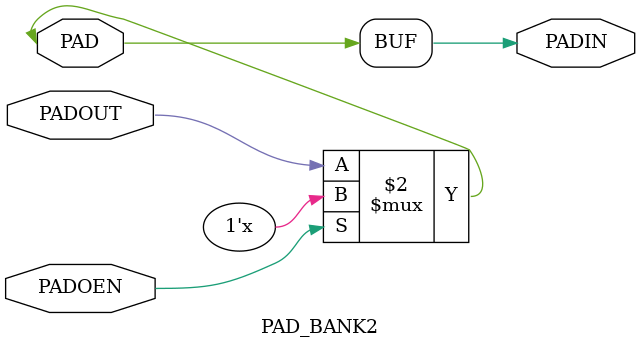
<source format=v>
`timescale 10ps/1ps
module PAD_BANK2(PAD, PADIN, PADOUT, PADOEN);
inout PAD;
input PADOUT, PADOEN;
output PADIN;
parameter IO_STANDARD = "SB_LVCMOS";
parameter PULLUP = 1'b0; // by default the IO will have NO pullup, this parameter is used only on bank 0, 1, and 2. Will be ignored when it is placed at bank 3

assign PAD = (~PADOEN) ? PADOUT : 1'bz;
assign PADIN = PAD ;


endmodule

</source>
